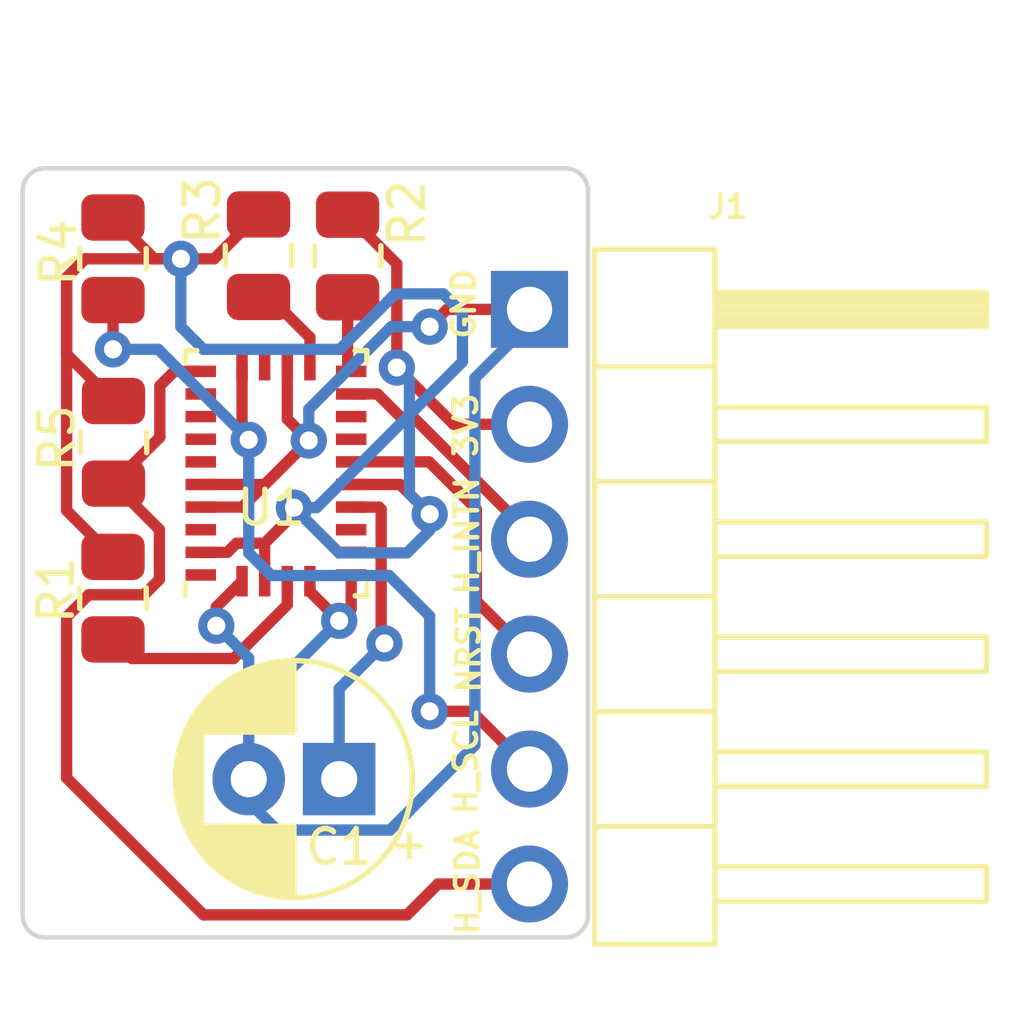
<source format=kicad_pcb>
(kicad_pcb (version 20221018) (generator pcbnew)
  (layers (0 "F.Cu" signal) (31 "B.Cu" signal) (34 "B.Paste" user) (35 "F.Paste" user) (36 "B.SilkS" user "B.Silkscreen") (37 "F.SilkS" user "F.Silkscreen") (38 "B.Mask" user) (39 "F.Mask" user) (44 "Edge.Cuts" user))
  (net 0 "")
  (net 1 "Net-(U1-CAP)")
  (net 2 "GND")
  (net 3 "/H_SCL")
  (net 4 "/H_SDA")
  (net 5 "/NRST")
  (net 6 "/H_INTN")
  (net 7 "+3.3V")
  (net 8 "Net-(U1-BOOTN)")
  (net 9 "Net-(U1-ENV_SCL)")
  (net 10 "Net-(U1-ENV_SDA)")
  (footprint "Resistor_SMD:R_0805_2012Metric" (layer "F.Cu") (at 153 82.5 -90)
    (fp_text reference "R4" (at -0.137577 1.202034 90) (layer "F.SilkS") (effects (font (size 0.75 0.75) (thickness 0.12))))
    (fp_text value "2.2k")
    (fp_line (start -0.227064 -0.735) (end 0.227064 -0.735) (stroke (width 0.12)) (layer "F.SilkS"))
    (fp_line (start -0.227064 0.735) (end 0.227064 0.735) (stroke (width 0.12)) (layer "F.SilkS"))
    (pad "1" smd roundrect (at -0.9125 0 270) (size 1.025 1.4) (layers "F.Cu" "F.Paste" "F.Mask") (roundrect_rratio 0.243902) (net 7 "+3.3V"))
    (pad "2" smd roundrect (at 0.9125 0 270) (size 1.025 1.4) (layers "F.Cu" "F.Paste" "F.Mask") (roundrect_rratio 0.243902) (net 3 "/H_SCL"))
  )
  (footprint "Resistor_SMD:R_0805_2012Metric" (layer "F.Cu") (at 158.186774 82.437741 -90)
    (fp_text reference "R2" (at -0.937741 -1.313226 90) (layer "F.SilkS") (effects (font (size 0.75 0.75) (thickness 0.12))))
    (fp_text value "2.2k")
    (fp_line (start -0.227064 -0.735) (end 0.227064 -0.735) (stroke (width 0.12)) (layer "F.SilkS"))
    (fp_line (start -0.227064 0.735) (end 0.227064 0.735) (stroke (width 0.12)) (layer "F.SilkS"))
    (pad "1" smd roundrect (at -0.9125 0 270) (size 1.025 1.4) (layers "F.Cu" "F.Paste" "F.Mask") (roundrect_rratio 0.243902) (net 7 "+3.3V"))
    (pad "2" smd roundrect (at 0.9125 0 270) (size 1.025 1.4) (layers "F.Cu" "F.Paste" "F.Mask") (roundrect_rratio 0.243902) (net 9 "Net-(U1-ENV_SCL)"))
  )
  (footprint "Resistor_SMD:R_0805_2012Metric" (layer "F.Cu") (at 153 90 90)
    (fp_text reference "R1" (at 0.181529 -1.261802 90) (layer "F.SilkS") (effects (font (size 0.75 0.75) (thickness 0.12))))
    (fp_text value "10k")
    (fp_line (start -0.227064 -0.735) (end 0.227064 -0.735) (stroke (width 0.12)) (layer "F.SilkS"))
    (fp_line (start -0.227064 0.735) (end 0.227064 0.735) (stroke (width 0.12)) (layer "F.SilkS"))
    (pad "1" smd roundrect (at -0.9125 0 90) (size 1.025 1.4) (layers "F.Cu" "F.Paste" "F.Mask") (roundrect_rratio 0.243902) (net 8 "Net-(U1-BOOTN)"))
    (pad "2" smd roundrect (at 0.9125 0 90) (size 1.025 1.4) (layers "F.Cu" "F.Paste" "F.Mask") (roundrect_rratio 0.243902) (net 7 "+3.3V"))
  )
  (footprint "Package_LGA:LGA-28_5.2x3.8mm_P0.5mm" (layer "F.Cu") (at 156.6025 87.2375 90)
    (fp_text reference "U1" (at -0.7625 -0.1025 180) (layer "F.SilkS") (effects (font (size 0.75 0.75) (thickness 0.12))))
    (fp_text value "~")
    (fp_line (start -2.71 -2.01) (end -2.45 -2.01) (stroke (width 0.12)) (layer "F.SilkS"))
    (fp_line (start -2.71 2.01) (end -2.71 1.75) (stroke (width 0.12)) (layer "F.SilkS"))
    (fp_line (start -2.71 2.01) (end -2.45 2.01) (stroke (width 0.12)) (layer "F.SilkS"))
    (fp_line (start 2.71 -2.01) (end 2.45 -2.01) (stroke (width 0.12)) (layer "F.SilkS"))
    (fp_line (start 2.71 -2.01) (end 2.71 -1.75) (stroke (width 0.12)) (layer "F.SilkS"))
    (fp_line (start 2.71 2.01) (end 2.45 2.01) (stroke (width 0.12)) (layer "F.SilkS"))
    (fp_line (start 2.71 2.01) (end 2.71 1.75) (stroke (width 0.12)) (layer "F.SilkS"))
    (pad "1" smd rect (at -2.25 -1.6625 90) (size 0.254 0.675) (layers "F.Cu" "F.Paste" "F.Mask"))
    (pad "2" smd rect (at -2.3875 -0.75 180) (size 0.254 0.675) (layers "F.Cu" "F.Paste" "F.Mask") (net 2 "GND"))
    (pad "3" smd rect (at -2.3875 -0.25 180) (size 0.254 0.675) (layers "F.Cu" "F.Paste" "F.Mask") (net 7 "+3.3V"))
    (pad "4" smd rect (at -2.3875 0.25 180) (size 0.254 0.675) (layers "F.Cu" "F.Paste" "F.Mask") (net 8 "Net-(U1-BOOTN)"))
    (pad "5" smd rect (at -2.3875 0.75 180) (size 0.254 0.675) (layers "F.Cu" "F.Paste" "F.Mask") (net 2 "GND"))
    (pad "6" smd rect (at -2.25 1.6625 90) (size 0.254 0.675) (layers "F.Cu" "F.Paste" "F.Mask") (net 2 "GND"))
    (pad "7" smd rect (at -1.75 1.6625 90) (size 0.254 0.675) (layers "F.Cu" "F.Paste" "F.Mask"))
    (pad "8" smd rect (at -1.25 1.6625 90) (size 0.254 0.675) (layers "F.Cu" "F.Paste" "F.Mask"))
    (pad "9" smd rect (at -0.75 1.6625 90) (size 0.254 0.675) (layers "F.Cu" "F.Paste" "F.Mask") (net 1 "Net-(U1-CAP)"))
    (pad "10" smd rect (at -0.25 1.6625 90) (size 0.254 0.675) (layers "F.Cu" "F.Paste" "F.Mask") (net 7 "+3.3V"))
    (pad "11" smd rect (at 0.25 1.6625 90) (size 0.254 0.675) (layers "F.Cu" "F.Paste" "F.Mask") (net 5 "/NRST"))
    (pad "12" smd rect (at 0.75 1.6625 90) (size 0.254 0.675) (layers "F.Cu" "F.Paste" "F.Mask"))
    (pad "13" smd rect (at 1.25 1.6625 90) (size 0.254 0.675) (layers "F.Cu" "F.Paste" "F.Mask"))
    (pad "14" smd rect (at 1.75 1.6625 90) (size 0.254 0.675) (layers "F.Cu" "F.Paste" "F.Mask") (net 6 "/H_INTN"))
    (pad "15" smd rect (at 2.25 1.6625 90) (size 0.254 0.675) (layers "F.Cu" "F.Paste" "F.Mask") (net 9 "Net-(U1-ENV_SCL)"))
    (pad "16" smd rect (at 2.3875 0.75 180) (size 0.254 0.675) (layers "F.Cu" "F.Paste" "F.Mask") (net 10 "Net-(U1-ENV_SDA)"))
    (pad "17" smd rect (at 2.3875 0.25 180) (size 0.254 0.675) (layers "F.Cu" "F.Paste" "F.Mask") (net 2 "GND"))
    (pad "18" smd rect (at 2.3875 -0.25 180) (size 0.254 0.675) (layers "F.Cu" "F.Paste" "F.Mask"))
    (pad "19" smd rect (at 2.3875 -0.75 180) (size 0.254 0.675) (layers "F.Cu" "F.Paste" "F.Mask") (net 3 "/H_SCL"))
    (pad "20" smd rect (at 2.25 -1.6625 90) (size 0.254 0.675) (layers "F.Cu" "F.Paste" "F.Mask") (net 4 "/H_SDA"))
    (pad "21" smd rect (at 1.75 -1.6625 90) (size 0.254 0.675) (layers "F.Cu" "F.Paste" "F.Mask"))
    (pad "22" smd rect (at 1.25 -1.6625 90) (size 0.254 0.675) (layers "F.Cu" "F.Paste" "F.Mask"))
    (pad "23" smd rect (at 0.75 -1.6625 90) (size 0.254 0.675) (layers "F.Cu" "F.Paste" "F.Mask"))
    (pad "24" smd rect (at 0.25 -1.6625 90) (size 0.254 0.675) (layers "F.Cu" "F.Paste" "F.Mask"))
    (pad "25" smd rect (at -0.25 -1.6625 90) (size 0.254 0.675) (layers "F.Cu" "F.Paste" "F.Mask") (net 2 "GND"))
    (pad "26" smd rect (at -0.75 -1.6625 90) (size 0.254 0.675) (layers "F.Cu" "F.Paste" "F.Mask") (net 2 "GND"))
    (pad "27" smd rect (at -1.25 -1.6625 90) (size 0.254 0.675) (layers "F.Cu" "F.Paste" "F.Mask"))
    (pad "28" smd rect (at -1.75 -1.6625 90) (size 0.254 0.675) (layers "F.Cu" "F.Paste" "F.Mask") (net 7 "+3.3V"))
  )
  (footprint "Capacitor_THT:CP_Radial_D5.0mm_P2.00mm" (layer "F.Cu") (at 158 94 180)
    (fp_text reference "C1" (at 0 -1.5) (layer "F.SilkS") (effects (font (size 0.75 0.75) (thickness 0.12))))
    (fp_text value "0.1uF")
    (fp_line (start -1.804775 -1.475) (end -1.304775 -1.475) (stroke (width 0.12)) (layer "F.SilkS"))
    (fp_line (start -1.554775 -1.725) (end -1.554775 -1.225) (stroke (width 0.12)) (layer "F.SilkS"))
    (fp_line (start 1 -2.58) (end 1 -1.04) (stroke (width 0.12)) (layer "F.SilkS"))
    (fp_line (start 1 1.04) (end 1 2.58) (stroke (width 0.12)) (layer "F.SilkS"))
    (fp_line (start 1.04 -2.58) (end 1.04 -1.04) (stroke (width 0.12)) (layer "F.SilkS"))
    (fp_line (start 1.04 1.04) (end 1.04 2.58) (stroke (width 0.12)) (layer "F.SilkS"))
    (fp_line (start 1.08 -2.579) (end 1.08 -1.04) (stroke (width 0.12)) (layer "F.SilkS"))
    (fp_line (start 1.08 1.04) (end 1.08 2.579) (stroke (width 0.12)) (layer "F.SilkS"))
    (fp_line (start 1.12 -2.578) (end 1.12 -1.04) (stroke (width 0.12)) (layer "F.SilkS"))
    (fp_line (start 1.12 1.04) (end 1.12 2.578) (stroke (width 0.12)) (layer "F.SilkS"))
    (fp_line (start 1.16 -2.576) (end 1.16 -1.04) (stroke (width 0.12)) (layer "F.SilkS"))
    (fp_line (start 1.16 1.04) (end 1.16 2.576) (stroke (width 0.12)) (layer "F.SilkS"))
    (fp_line (start 1.2 -2.573) (end 1.2 -1.04) (stroke (width 0.12)) (layer "F.SilkS"))
    (fp_line (start 1.2 1.04) (end 1.2 2.573) (stroke (width 0.12)) (layer "F.SilkS"))
    (fp_line (start 1.24 -2.569) (end 1.24 -1.04) (stroke (width 0.12)) (layer "F.SilkS"))
    (fp_line (start 1.24 1.04) (end 1.24 2.569) (stroke (width 0.12)) (layer "F.SilkS"))
    (fp_line (start 1.28 -2.565) (end 1.28 -1.04) (stroke (width 0.12)) (layer "F.SilkS"))
    (fp_line (start 1.28 1.04) (end 1.28 2.565) (stroke (width 0.12)) (layer "F.SilkS"))
    (fp_line (start 1.32 -2.561) (end 1.32 -1.04) (stroke (width 0.12)) (layer "F.SilkS"))
    (fp_line (start 1.32 1.04) (end 1.32 2.561) (stroke (width 0.12)) (layer "F.SilkS"))
    (fp_line (start 1.36 -2.556) (end 1.36 -1.04) (stroke (width 0.12)) (layer "F.SilkS"))
    (fp_line (start 1.36 1.04) (end 1.36 2.556) (stroke (width 0.12)) (layer "F.SilkS"))
    (fp_line (start 1.4 -2.55) (end 1.4 -1.04) (stroke (width 0.12)) (layer "F.SilkS"))
    (fp_line (start 1.4 1.04) (end 1.4 2.55) (stroke (width 0.12)) (layer "F.SilkS"))
    (fp_line (start 1.44 -2.543) (end 1.44 -1.04) (stroke (width 0.12)) (layer "F.SilkS"))
    (fp_line (start 1.44 1.04) (end 1.44 2.543) (stroke (width 0.12)) (layer "F.SilkS"))
    (fp_line (start 1.48 -2.536) (end 1.48 -1.04) (stroke (width 0.12)) (layer "F.SilkS"))
    (fp_line (start 1.48 1.04) (end 1.48 2.536) (stroke (width 0.12)) (layer "F.SilkS"))
    (fp_line (start 1.52 -2.528) (end 1.52 -1.04) (stroke (width 0.12)) (layer "F.SilkS"))
    (fp_line (start 1.52 1.04) (end 1.52 2.528) (stroke (width 0.12)) (layer "F.SilkS"))
    (fp_line (start 1.56 -2.52) (end 1.56 -1.04) (stroke (width 0.12)) (layer "F.SilkS"))
    (fp_line (start 1.56 1.04) (end 1.56 2.52) (stroke (width 0.12)) (layer "F.SilkS"))
    (fp_line (start 1.6 -2.511) (end 1.6 -1.04) (stroke (width 0.12)) (layer "F.SilkS"))
    (fp_line (start 1.6 1.04) (end 1.6 2.511) (stroke (width 0.12)) (layer "F.SilkS"))
    (fp_line (start 1.64 -2.501) (end 1.64 -1.04) (stroke (width 0.12)) (layer "F.SilkS"))
    (fp_line (start 1.64 1.04) (end 1.64 2.501) (stroke (width 0.12)) (layer "F.SilkS"))
    (fp_line (start 1.68 -2.491) (end 1.68 -1.04) (stroke (width 0.12)) (layer "F.SilkS"))
    (fp_line (start 1.68 1.04) (end 1.68 2.491) (stroke (width 0.12)) (layer "F.SilkS"))
    (fp_line (start 1.721 -2.48) (end 1.721 -1.04) (stroke (width 0.12)) (layer "F.SilkS"))
    (fp_line (start 1.721 1.04) (end 1.721 2.48) (stroke (width 0.12)) (layer "F.SilkS"))
    (fp_line (start 1.761 -2.468) (end 1.761 -1.04) (stroke (width 0.12)) (layer "F.SilkS"))
    (fp_line (start 1.761 1.04) (end 1.761 2.468) (stroke (width 0.12)) (layer "F.SilkS"))
    (fp_line (start 1.801 -2.455) (end 1.801 -1.04) (stroke (width 0.12)) (layer "F.SilkS"))
    (fp_line (start 1.801 1.04) (end 1.801 2.455) (stroke (width 0.12)) (layer "F.SilkS"))
    (fp_line (start 1.841 -2.442) (end 1.841 -1.04) (stroke (width 0.12)) (layer "F.SilkS"))
    (fp_line (start 1.841 1.04) (end 1.841 2.442) (stroke (width 0.12)) (layer "F.SilkS"))
    (fp_line (start 1.881 -2.428) (end 1.881 -1.04) (stroke (width 0.12)) (layer "F.SilkS"))
    (fp_line (start 1.881 1.04) (end 1.881 2.428) (stroke (width 0.12)) (layer "F.SilkS"))
    (fp_line (start 1.921 -2.414) (end 1.921 -1.04) (stroke (width 0.12)) (layer "F.SilkS"))
    (fp_line (start 1.921 1.04) (end 1.921 2.414) (stroke (width 0.12)) (layer "F.SilkS"))
    (fp_line (start 1.961 -2.398) (end 1.961 -1.04) (stroke (width 0.12)) (layer "F.SilkS"))
    (fp_line (start 1.961 1.04) (end 1.961 2.398) (stroke (width 0.12)) (layer "F.SilkS"))
    (fp_line (start 2.001 -2.382) (end 2.001 -1.04) (stroke (width 0.12)) (layer "F.SilkS"))
    (fp_line (start 2.001 1.04) (end 2.001 2.382) (stroke (width 0.12)) (layer "F.SilkS"))
    (fp_line (start 2.041 -2.365) (end 2.041 -1.04) (stroke (width 0.12)) (layer "F.SilkS"))
    (fp_line (start 2.041 1.04) (end 2.041 2.365) (stroke (width 0.12)) (layer "F.SilkS"))
    (fp_line (start 2.081 -2.348) (end 2.081 -1.04) (stroke (width 0.12)) (layer "F.SilkS"))
    (fp_line (start 2.081 1.04) (end 2.081 2.348) (stroke (width 0.12)) (layer "F.SilkS"))
    (fp_line (start 2.121 -2.329) (end 2.121 -1.04) (stroke (width 0.12)) (layer "F.SilkS"))
    (fp_line (start 2.121 1.04) (end 2.121 2.329) (stroke (width 0.12)) (layer "F.SilkS"))
    (fp_line (start 2.161 -2.31) (end 2.161 -1.04) (stroke (width 0.12)) (layer "F.SilkS"))
    (fp_line (start 2.161 1.04) (end 2.161 2.31) (stroke (width 0.12)) (layer "F.SilkS"))
    (fp_line (start 2.201 -2.29) (end 2.201 -1.04) (stroke (width 0.12)) (layer "F.SilkS"))
    (fp_line (start 2.201 1.04) (end 2.201 2.29) (stroke (width 0.12)) (layer "F.SilkS"))
    (fp_line (start 2.241 -2.268) (end 2.241 -1.04) (stroke (width 0.12)) (layer "F.SilkS"))
    (fp_line (start 2.241 1.04) (end 2.241 2.268) (stroke (width 0.12)) (layer "F.SilkS"))
    (fp_line (start 2.281 -2.247) (end 2.281 -1.04) (stroke (width 0.12)) (layer "F.SilkS"))
    (fp_line (start 2.281 1.04) (end 2.281 2.247) (stroke (width 0.12)) (layer "F.SilkS"))
    (fp_line (start 2.321 -2.224) (end 2.321 -1.04) (stroke (width 0.12)) (layer "F.SilkS"))
    (fp_line (start 2.321 1.04) (end 2.321 2.224) (stroke (width 0.12)) (layer "F.SilkS"))
    (fp_line (start 2.361 -2.2) (end 2.361 -1.04) (stroke (width 0.12)) (layer "F.SilkS"))
    (fp_line (start 2.361 1.04) (end 2.361 2.2) (stroke (width 0.12)) (layer "F.SilkS"))
    (fp_line (start 2.401 -2.175) (end 2.401 -1.04) (stroke (width 0.12)) (layer "F.SilkS"))
    (fp_line (start 2.401 1.04) (end 2.401 2.175) (stroke (width 0.12)) (layer "F.SilkS"))
    (fp_line (start 2.441 -2.149) (end 2.441 -1.04) (stroke (width 0.12)) (layer "F.SilkS"))
    (fp_line (start 2.441 1.04) (end 2.441 2.149) (stroke (width 0.12)) (layer "F.SilkS"))
    (fp_line (start 2.481 -2.122) (end 2.481 -1.04) (stroke (width 0.12)) (layer "F.SilkS"))
    (fp_line (start 2.481 1.04) (end 2.481 2.122) (stroke (width 0.12)) (layer "F.SilkS"))
    (fp_line (start 2.521 -2.095) (end 2.521 -1.04) (stroke (width 0.12)) (layer "F.SilkS"))
    (fp_line (start 2.521 1.04) (end 2.521 2.095) (stroke (width 0.12)) (layer "F.SilkS"))
    (fp_line (start 2.561 -2.065) (end 2.561 -1.04) (stroke (width 0.12)) (layer "F.SilkS"))
    (fp_line (start 2.561 1.04) (end 2.561 2.065) (stroke (width 0.12)) (layer "F.SilkS"))
    (fp_line (start 2.601 -2.035) (end 2.601 -1.04) (stroke (width 0.12)) (layer "F.SilkS"))
    (fp_line (start 2.601 1.04) (end 2.601 2.035) (stroke (width 0.12)) (layer "F.SilkS"))
    (fp_line (start 2.641 -2.004) (end 2.641 -1.04) (stroke (width 0.12)) (layer "F.SilkS"))
    (fp_line (start 2.641 1.04) (end 2.641 2.004) (stroke (width 0.12)) (layer "F.SilkS"))
    (fp_line (start 2.681 -1.971) (end 2.681 -1.04) (stroke (width 0.12)) (layer "F.SilkS"))
    (fp_line (start 2.681 1.04) (end 2.681 1.971) (stroke (width 0.12)) (layer "F.SilkS"))
    (fp_line (start 2.721 -1.937) (end 2.721 -1.04) (stroke (width 0.12)) (layer "F.SilkS"))
    (fp_line (start 2.721 1.04) (end 2.721 1.937) (stroke (width 0.12)) (layer "F.SilkS"))
    (fp_line (start 2.761 -1.901) (end 2.761 -1.04) (stroke (width 0.12)) (layer "F.SilkS"))
    (fp_line (start 2.761 1.04) (end 2.761 1.901) (stroke (width 0.12)) (layer "F.SilkS"))
    (fp_line (start 2.801 -1.864) (end 2.801 -1.04) (stroke (width 0.12)) (layer "F.SilkS"))
    (fp_line (start 2.801 1.04) (end 2.801 1.864) (stroke (width 0.12)) (layer "F.SilkS"))
    (fp_line (start 2.841 -1.826) (end 2.841 -1.04) (stroke (width 0.12)) (layer "F.SilkS"))
    (fp_line (start 2.841 1.04) (end 2.841 1.826) (stroke (width 0.12)) (layer "F.SilkS"))
    (fp_line (start 2.881 -1.785) (end 2.881 -1.04) (stroke (width 0.12)) (layer "F.SilkS"))
    (fp_line (start 2.881 1.04) (end 2.881 1.785) (stroke (width 0.12)) (layer "F.SilkS"))
    (fp_line (start 2.921 -1.743) (end 2.921 -1.04) (stroke (width 0.12)) (layer "F.SilkS"))
    (fp_line (start 2.921 1.04) (end 2.921 1.743) (stroke (width 0.12)) (layer "F.SilkS"))
    (fp_line (start 2.961 -1.699) (end 2.961 -1.04) (stroke (width 0.12)) (layer "F.SilkS"))
    (fp_line (start 2.961 1.04) (end 2.961 1.699) (stroke (width 0.12)) (layer "F.SilkS"))
    (fp_line (start 3.001 -1.653) (end 3.001 -1.04) (stroke (width 0.12)) (layer "F.SilkS"))
    (fp_line (start 3.001 1.04) (end 3.001 1.653) (stroke (width 0.12)) (layer "F.SilkS"))
    (fp_line (start 3.041 -1.605) (end 3.041 1.605) (stroke (width 0.12)) (layer "F.SilkS"))
    (fp_line (start 3.081 -1.554) (end 3.081 1.554) (stroke (width 0.12)) (layer "F.SilkS"))
    (fp_line (start 3.121 -1.5) (end 3.121 1.5) (stroke (width 0.12)) (layer "F.SilkS"))
    (fp_line (start 3.161 -1.443) (end 3.161 1.443) (stroke (width 0.12)) (layer "F.SilkS"))
    (fp_line (start 3.201 -1.383) (end 3.201 1.383) (stroke (width 0.12)) (layer "F.SilkS"))
    (fp_line (start 3.241 -1.319) (end 3.241 1.319) (stroke (width 0.12)) (layer "F.SilkS"))
    (fp_line (start 3.281 -1.251) (end 3.281 1.251) (stroke (width 0.12)) (layer "F.SilkS"))
    (fp_line (start 3.321 -1.178) (end 3.321 1.178) (stroke (width 0.12)) (layer "F.SilkS"))
    (fp_line (start 3.361 -1.098) (end 3.361 1.098) (stroke (width 0.12)) (layer "F.SilkS"))
    (fp_line (start 3.401 -1.011) (end 3.401 1.011) (stroke (width 0.12)) (layer "F.SilkS"))
    (fp_line (start 3.441 -0.915) (end 3.441 0.915) (stroke (width 0.12)) (layer "F.SilkS"))
    (fp_line (start 3.481 -0.805) (end 3.481 0.805) (stroke (width 0.12)) (layer "F.SilkS"))
    (fp_line (start 3.521 -0.677) (end 3.521 0.677) (stroke (width 0.12)) (layer "F.SilkS"))
    (fp_line (start 3.561 -0.518) (end 3.561 0.518) (stroke (width 0.12)) (layer "F.SilkS"))
    (fp_line (start 3.601 -0.284) (end 3.601 0.284) (stroke (width 0.12)) (layer "F.SilkS"))
    (fp_circle (center 1 0) (end 3.62 0) (stroke (width 0.12)) (fill none) (layer "F.SilkS"))
    (pad "1" thru_hole rect (at 0 0 180) (size 1.6 1.6) (drill 0.8) (layers "*.Cu" "*.Mask") (net 1 "Net-(U1-CAP)"))
    (pad "2" thru_hole circle (at 2 0 180) (size 1.6 1.6) (drill 0.8) (layers "*.Cu" "*.Mask") (net 2 "GND"))
  )
  (footprint "Connector_PinHeader_2.54mm:PinHeader_1x06_P2.54mm_Horizontal" (layer "F.Cu") (at 162.20665 83.617573)
    (fp_text reference "J1" (at 4.385 -2.27) (layer "F.SilkS") (effects (font (size 0.5 0.5) (thickness 0.1))))
    (fp_text value "Conn_01x06_Pin")
    (fp_line (start 1.44 -1.33) (end 1.44 14.03) (stroke (width 0.12)) (layer "F.SilkS"))
    (fp_line (start 1.44 1.27) (end 4.1 1.27) (stroke (width 0.12)) (layer "F.SilkS"))
    (fp_line (start 1.44 3.81) (end 4.1 3.81) (stroke (width 0.12)) (layer "F.SilkS"))
    (fp_line (start 1.44 6.35) (end 4.1 6.35) (stroke (width 0.12)) (layer "F.SilkS"))
    (fp_line (start 1.44 8.89) (end 4.1 8.89) (stroke (width 0.12)) (layer "F.SilkS"))
    (fp_line (start 1.44 11.43) (end 4.1 11.43) (stroke (width 0.12)) (layer "F.SilkS"))
    (fp_line (start 1.44 14.03) (end 4.1 14.03) (stroke (width 0.12)) (layer "F.SilkS"))
    (fp_line (start 4.1 -1.33) (end 1.44 -1.33) (stroke (width 0.12)) (layer "F.SilkS"))
    (fp_line (start 4.1 -0.38) (end 10.1 -0.38) (stroke (width 0.12)) (layer "F.SilkS"))
    (fp_line (start 4.1 -0.32) (end 10.1 -0.32) (stroke (width 0.12)) (layer "F.SilkS"))
    (fp_line (start 4.1 -0.2) (end 10.1 -0.2) (stroke (width 0.12)) (layer "F.SilkS"))
    (fp_line (start 4.1 -0.08) (end 10.1 -0.08) (stroke (width 0.12)) (layer "F.SilkS"))
    (fp_line (start 4.1 0.04) (end 10.1 0.04) (stroke (width 0.12)) (layer "F.SilkS"))
    (fp_line (start 4.1 0.16) (end 10.1 0.16) (stroke (width 0.12)) (layer "F.SilkS"))
    (fp_line (start 4.1 0.28) (end 10.1 0.28) (stroke (width 0.12)) (layer "F.SilkS"))
    (fp_line (start 4.1 2.16) (end 10.1 2.16) (stroke (width 0.12)) (layer "F.SilkS"))
    (fp_line (start 4.1 4.7) (end 10.1 4.7) (stroke (width 0.12)) (layer "F.SilkS"))
    (fp_line (start 4.1 7.24) (end 10.1 7.24) (stroke (width 0.12)) (layer "F.SilkS"))
    (fp_line (start 4.1 9.78) (end 10.1 9.78) (stroke (width 0.12)) (layer "F.SilkS"))
    (fp_line (start 4.1 12.32) (end 10.1 12.32) (stroke (width 0.12)) (layer "F.SilkS"))
    (fp_line (start 4.1 14.03) (end 4.1 -1.33) (stroke (width 0.12)) (layer "F.SilkS"))
    (fp_line (start 10.1 -0.38) (end 10.1 0.38) (stroke (width 0.12)) (layer "F.SilkS"))
    (fp_line (start 10.1 0.38) (end 4.1 0.38) (stroke (width 0.12)) (layer "F.SilkS"))
    (fp_line (start 10.1 2.16) (end 10.1 2.92) (stroke (width 0.12)) (layer "F.SilkS"))
    (fp_line (start 10.1 2.92) (end 4.1 2.92) (stroke (width 0.12)) (layer "F.SilkS"))
    (fp_line (start 10.1 4.7) (end 10.1 5.46) (stroke (width 0.12)) (layer "F.SilkS"))
    (fp_line (start 10.1 5.46) (end 4.1 5.46) (stroke (width 0.12)) (layer "F.SilkS"))
    (fp_line (start 10.1 7.24) (end 10.1 8) (stroke (width 0.12)) (layer "F.SilkS"))
    (fp_line (start 10.1 8) (end 4.1 8) (stroke (width 0.12)) (layer "F.SilkS"))
    (fp_line (start 10.1 9.78) (end 10.1 10.54) (stroke (width 0.12)) (layer "F.SilkS"))
    (fp_line (start 10.1 10.54) (end 4.1 10.54) (stroke (width 0.12)) (layer "F.SilkS"))
    (fp_line (start 10.1 12.32) (end 10.1 13.08) (stroke (width 0.12)) (layer "F.SilkS"))
    (fp_line (start 10.1 13.08) (end 4.1 13.08) (stroke (width 0.12)) (layer "F.SilkS"))
    (pad "1" thru_hole rect (at 0 0) (size 1.7 1.7) (drill 1) (layers "*.Cu" "*.Mask") (net 2 "GND"))
    (pad "2" thru_hole oval (at 0 2.54) (size 1.7 1.7) (drill 1) (layers "*.Cu" "*.Mask") (net 7 "+3.3V"))
    (pad "3" thru_hole oval (at 0 5.08) (size 1.7 1.7) (drill 1) (layers "*.Cu" "*.Mask") (net 6 "/H_INTN"))
    (pad "4" thru_hole oval (at 0 7.62) (size 1.7 1.7) (drill 1) (layers "*.Cu" "*.Mask") (net 5 "/NRST"))
    (pad "5" thru_hole oval (at 0 10.16) (size 1.7 1.7) (drill 1) (layers "*.Cu" "*.Mask") (net 3 "/H_SCL"))
    (pad "6" thru_hole oval (at 0 12.7) (size 1.7 1.7) (drill 1) (layers "*.Cu" "*.Mask") (net 4 "/H_SDA"))
  )
  (footprint "Resistor_SMD:R_0805_2012Metric" (layer "F.Cu") (at 153.010252 86.555841 90)
    (fp_text reference "R5" (at 0.084374 -1.24217 90) (layer "F.SilkS") (effects (font (size 0.75 0.75) (thickness 0.12))))
    (fp_text value "2.2k")
    (fp_line (start -0.227064 -0.735) (end 0.227064 -0.735) (stroke (width 0.12)) (layer "F.SilkS"))
    (fp_line (start -0.227064 0.735) (end 0.227064 0.735) (stroke (width 0.12)) (layer "F.SilkS"))
    (pad "1" smd roundrect (at -0.9125 0 90) (size 1.025 1.4) (layers "F.Cu" "F.Paste" "F.Mask") (roundrect_rratio 0.243902) (net 4 "/H_SDA"))
    (pad "2" smd roundrect (at 0.9125 0 90) (size 1.025 1.4) (layers "F.Cu" "F.Paste" "F.Mask") (roundrect_rratio 0.243902) (net 7 "+3.3V"))
  )
  (footprint "Resistor_SMD:R_0805_2012Metric" (layer "F.Cu") (at 156.216632 82.431092 90)
    (fp_text reference "R3" (at 1.003338 -1.239666 90) (layer "F.SilkS") (effects (font (size 0.75 0.75) (thickness 0.12))))
    (fp_text value "2.2k")
    (fp_line (start -0.227064 -0.735) (end 0.227064 -0.735) (stroke (width 0.12)) (layer "F.SilkS"))
    (fp_line (start -0.227064 0.735) (end 0.227064 0.735) (stroke (width 0.12)) (layer "F.SilkS"))
    (pad "1" smd roundrect (at -0.9125 0 90) (size 1.025 1.4) (layers "F.Cu" "F.Paste" "F.Mask") (roundrect_rratio 0.243902) (net 10 "Net-(U1-ENV_SDA)"))
    (pad "2" smd roundrect (at 0.9125 0 90) (size 1.025 1.4) (layers "F.Cu" "F.Paste" "F.Mask") (roundrect_rratio 0.243902) (net 7 "+3.3V"))
  )
  (gr_line (start 151.5 97.5) (end 163 97.5) (stroke (width 0.1)) (layer "Edge.Cuts"))
  (gr_line (start 163 80.5) (end 151.5 80.5) (stroke (width 0.1)) (layer "Edge.Cuts"))
  (gr_line (start 151 81) (end 151 97) (stroke (width 0.1)) (layer "Edge.Cuts"))
  (gr_arc (start 163.5 97) (mid 163.353553 97.353553) (end 163 97.5) (stroke (width 0.1)) (layer "Edge.Cuts"))
  (gr_arc (start 163 80.5) (mid 163.353553 80.646447) (end 163.5 81) (stroke (width 0.1)) (layer "Edge.Cuts"))
  (gr_arc (start 151 81) (mid 151.146447 80.646447) (end 151.5 80.5) (stroke (width 0.1)) (layer "Edge.Cuts"))
  (gr_line (start 163.5 97) (end 163.5 81) (stroke (width 0.1)) (layer "Edge.Cuts"))
  (gr_arc (start 151.5 97.5) (mid 151.146447 97.353553) (end 151 97) (stroke (width 0.1)) (layer "Edge.Cuts"))
  (gr_text "3V3" (at 161.091404 86.932883 90) (layer "F.SilkS") (effects (font (size 0.5 0.5) (thickness 0.1) bold) (justify left bottom)))
  (gr_text "H_INTN" (at 161.113727 89.979939 90) (layer "F.SilkS") (effects (font (size 0.5 0.5) (thickness 0.1) bold) (justify left bottom)))
  (gr_text "H_SDA" (at 161.124888 97.5 90) (layer "F.SilkS") (effects (font (size 0.5 0.5) (thickness 0.1) bold) (justify left bottom)))
  (gr_text "GND" (at 161.046759 84.321121 90) (layer "F.SilkS") (effects (font (size 0.5 0.5) (thickness 0.1) bold) (justify left bottom)))
  (gr_text "NRST" (at 161.147211 92.145246 90) (layer "F.SilkS") (effects (font (size 0.5 0.5) (thickness 0.1) bold) (justify left bottom)))
  (gr_text "H_SCL" (at 161.094239 94.834392 90) (layer "F.SilkS") (effects (font (size 0.5 0.5) (thickness 0.1) bold) (justify left bottom)))
  (segment (start 158.9275 90.9275) (end 158.9275 88.0355) (width 0.25) (layer "F.Cu") (net 1))
  (segment (start 158.8795 87.9875) (end 158.265 87.9875) (width 0.25) (layer "F.Cu") (net 1))
  (segment (start 158.9275 88.0355) (end 158.8795 87.9875) (width 0.25) (layer "F.Cu") (net 1))
  (segment (start 159 91) (end 158.9275 90.9275) (width 0.25) (layer "F.Cu") (net 1))
  (via (at 159 91) (size 0.8) (drill 0.4) (layers "F.Cu" "B.Cu") (net 1))
  (segment (start 159 91) (end 158 92) (width 0.25) (layer "B.Cu") (net 1))
  (segment (start 158 92) (end 158 94) (width 0.25) (layer "B.Cu") (net 1))
  (segment (start 157.327998 86.515977) (end 156.8525 86.040479) (width 0.25) (layer "F.Cu") (net 2))
  (segment (start 158.265 89.4875) (end 158.265 90.235) (width 0.25) (layer "F.Cu") (net 2))
  (segment (start 160.382427 83.617573) (end 162.20665 83.617573) (width 0.25) (layer "F.Cu") (net 2))
  (segment (start 154.94 87.9875) (end 155.856475 87.9875) (width 0.25) (layer "F.Cu") (net 2))
  (segment (start 158.265 90.235) (end 158 90.5) (width 0.25) (layer "F.Cu") (net 2))
  (segment (start 155.283409 90.609351) (end 155.283409 90.194091) (width 0.25) (layer "F.Cu") (net 2))
  (segment (start 157.3525 89.8525) (end 158 90.5) (width 0.25) (layer "F.Cu") (net 2))
  (segment (start 155.856475 87.9875) (end 157.327998 86.515977) (width 0.25) (layer "F.Cu") (net 2))
  (segment (start 156.356475 87.4875) (end 154.94 87.4875) (width 0.25) (layer "F.Cu") (net 2))
  (segment (start 157.3525 89.625) (end 157.3525 89.8525) (width 0.25) (layer "F.Cu") (net 2))
  (segment (start 157.327998 86.515977) (end 156.356475 87.4875) (width 0.25) (layer "F.Cu") (net 2))
  (segment (start 155.283409 90.194091) (end 155.8525 89.625) (width 0.25) (layer "F.Cu") (net 2))
  (segment (start 160 84) (end 160.382427 83.617573) (width 0.25) (layer "F.Cu") (net 2))
  (segment (start 156.8525 86.040479) (end 156.8525 84.85) (width 0.25) (layer "F.Cu") (net 2))
  (via (at 158 90.5) (size 0.8) (drill 0.4) (layers "F.Cu" "B.Cu") (net 2))
  (via (at 160 84) (size 0.8) (drill 0.4) (layers "F.Cu" "B.Cu") (net 2))
  (via (at 157.327998 86.515977) (size 0.8) (drill 0.4) (layers "F.Cu" "B.Cu") (net 2))
  (via (at 155.283409 90.609351) (size 0.8) (drill 0.4) (layers "F.Cu" "B.Cu") (net 2))
  (segment (start 156 94.5) (end 156 94) (width 0.25) (layer "B.Cu") (net 2))
  (segment (start 162.20665 83.929746) (end 161 85.136396) (width 0.25) (layer "B.Cu") (net 2))
  (segment (start 161 93.25) (end 159.125 95.125) (width 0.25) (layer "B.Cu") (net 2))
  (segment (start 160 84) (end 159.150081 84) (width 0.25) (layer "B.Cu") (net 2))
  (segment (start 161 85.136396) (end 161 93.25) (width 0.25) (layer "B.Cu") (net 2))
  (segment (start 157.327998 85.822083) (end 157.327998 86.515977) (width 0.25) (layer "B.Cu") (net 2))
  (segment (start 155.283409 90.609351) (end 156 91.325942) (width 0.25) (layer "B.Cu") (net 2))
  (segment (start 162.20665 83.617573) (end 162.20665 83.929746) (width 0.25) (layer "B.Cu") (net 2))
  (segment (start 158 90.5) (end 156 92.5) (width 0.25) (layer "B.Cu") (net 2))
  (segment (start 159.125 95.125) (end 156.625 95.125) (width 0.25) (layer "B.Cu") (net 2))
  (segment (start 156 91.325942) (end 156 94) (width 0.25) (layer "B.Cu") (net 2))
  (segment (start 156 92.5) (end 156 94) (width 0.25) (layer "B.Cu") (net 2))
  (segment (start 159.150081 84) (end 157.327998 85.822083) (width 0.25) (layer "B.Cu") (net 2))
  (segment (start 156.625 95.125) (end 156 94.5) (width 0.25) (layer "B.Cu") (net 2))
  (segment (start 160.929077 92.5) (end 160 92.5) (width 0.25) (layer "F.Cu") (net 3))
  (segment (start 155.8525 84.85) (end 155.8525 86.3525) (width 0.25) (layer "F.Cu") (net 3))
  (segment (start 155.8525 86.3525) (end 156 86.5) (width 0.25) (layer "F.Cu") (net 3))
  (segment (start 162.20665 93.777573) (end 160.929077 92.5) (width 0.25) (layer "F.Cu") (net 3))
  (segment (start 153 84.5) (end 153 83.4125) (width 0.25) (layer "F.Cu") (net 3))
  (via (at 153 84.5) (size 0.8) (drill 0.4) (layers "F.Cu" "B.Cu") (net 3))
  (via (at 160 92.5) (size 0.8) (drill 0.4) (layers "F.Cu" "B.Cu") (net 3))
  (via (at 156 86.5) (size 0.8) (drill 0.4) (layers "F.Cu" "B.Cu") (net 3))
  (segment (start 156.5 89.5) (end 156 89) (width 0.25) (layer "B.Cu") (net 3))
  (segment (start 153 84.5) (end 154 84.5) (width 0.25) (layer "B.Cu") (net 3))
  (segment (start 160 92.5) (end 160 90.396539) (width 0.25) (layer "B.Cu") (net 3))
  (segment (start 154 84.5) (end 156 86.5) (width 0.25) (layer "B.Cu") (net 3))
  (segment (start 159.103461 89.5) (end 156.5 89.5) (width 0.25) (layer "B.Cu") (net 3))
  (segment (start 160 90.396539) (end 159.103461 89.5) (width 0.25) (layer "B.Cu") (net 3))
  (segment (start 156 89) (end 156 86.5) (width 0.25) (layer "B.Cu") (net 3))
  (segment (start 153.688173 89.925) (end 154.025 89.588173) (width 0.25) (layer "F.Cu") (net 4))
  (segment (start 151.975 90.411827) (end 152.461827 89.925) (width 0.25) (layer "F.Cu") (net 4))
  (segment (start 154.035252 85.304748) (end 154.035252 86.443341) (width 0.25) (layer "F.Cu") (net 4))
  (segment (start 154.025 89.588173) (end 154.025 88.483089) (width 0.25) (layer "F.Cu") (net 4))
  (segment (start 152.461827 89.925) (end 153.688173 89.925) (width 0.25) (layer "F.Cu") (net 4))
  (segment (start 151.975 93.975) (end 151.975 90.411827) (width 0.25) (layer "F.Cu") (net 4))
  (segment (start 154.035252 86.443341) (end 153.010252 87.468341) (width 0.25) (layer "F.Cu") (net 4))
  (segment (start 154.94 84.9875) (end 154.3525 84.9875) (width 0.25) (layer "F.Cu") (net 4))
  (segment (start 154.3525 84.9875) (end 154.035252 85.304748) (width 0.25) (layer "F.Cu") (net 4))
  (segment (start 162.20665 96.317573) (end 160.182427 96.317573) (width 0.25) (layer "F.Cu") (net 4))
  (segment (start 159.5 97) (end 155 97) (width 0.25) (layer "F.Cu") (net 4))
  (segment (start 160.182427 96.317573) (end 159.5 97) (width 0.25) (layer "F.Cu") (net 4))
  (segment (start 154.025 88.483089) (end 153.010252 87.468341) (width 0.25) (layer "F.Cu") (net 4))
  (segment (start 155 97) (end 151.975 93.975) (width 0.25) (layer "F.Cu") (net 4))
  (segment (start 159.9875 86.9875) (end 158.265 86.9875) (width 0.25) (layer "F.Cu") (net 5))
  (segment (start 161.03165 90.062573) (end 161.03165 88.03165) (width 0.25) (layer "F.Cu") (net 5))
  (segment (start 162.20665 91.237573) (end 161.03165 90.062573) (width 0.25) (layer "F.Cu") (net 5))
  (segment (start 161.03165 88.03165) (end 159.9875 86.9875) (width 0.25) (layer "F.Cu") (net 5))
  (segment (start 158.846815 85.4875) (end 158.265 85.4875) (width 0.25) (layer "F.Cu") (net 6))
  (segment (start 159.359315 86) (end 158.846815 85.4875) (width 0.25) (layer "F.Cu") (net 6))
  (segment (start 159.636396 86) (end 159.359315 86) (width 0.25) (layer "F.Cu") (net 6))
  (segment (start 162.20665 88.570254) (end 159.636396 86) (width 0.25) (layer "F.Cu") (net 6))
  (segment (start 162.20665 88.697573) (end 162.20665 88.570254) (width 0.25) (layer "F.Cu") (net 6))
  (segment (start 154.94 88.9875) (end 155.5275 88.9875) (width 0.25) (layer "F.Cu") (net 7))
  (segment (start 160 88.237501) (end 160.082645 88.320146) (width 0.25) (layer "F.Cu") (net 7))
  (segment (start 160.529085 86.157573) (end 159.273449 84.901937) (width 0.25) (layer "F.Cu") (net 7))
  (segment (start 155.7295 88.7855) (end 156.3525 88.7855) (width 0.25) (layer "F.Cu") (net 7))
  (segment (start 157 88.138) (end 156.3525 88.7855) (width 0.25) (layer "F.Cu") (net 7))
  (segment (start 154.5 82.5) (end 152.386827 82.5) (width 0.25) (layer "F.Cu") (net 7))
  (segment (start 152.386827 82.5) (end 151.975 82.911827) (width 0.25) (layer "F.Cu") (net 7))
  (segment (start 162.20665 86.157573) (end 160.529085 86.157573) (width 0.25) (layer "F.Cu") (net 7))
  (segment (start 156.3525 88.7855) (end 156.3525 89.625) (width 0.25) (layer "F.Cu") (net 7))
  (segment (start 159.273449 82.611916) (end 159.273449 84.901937) (width 0.25) (layer "F.Cu") (net 7))
  (segment (start 160 88.142984) (end 159.344516 87.4875) (width 0.25) (layer "F.Cu") (net 7))
  (segment (start 151.975 84.608089) (end 153.010252 85.643341) (width 0.25) (layer "F.Cu") (net 7))
  (segment (start 155.235224 82.5) (end 156.216632 81.518592) (width 0.25) (layer "F.Cu") (net 7))
  (segment (start 160 88.142984) (end 160 88.3393) (width 0.25) (layer "F.Cu") (net 7))
  (segment (start 160 88.142984) (end 160 88.237501) (width 0.25) (layer "F.Cu") (net 7))
  (segment (start 157 88) (end 157 88.138) (width 0.25) (layer "F.Cu") (net 7))
  (segment (start 155.5275 88.9875) (end 155.7295 88.7855) (width 0.25) (layer "F.Cu") (net 7))
  (segment (start 159.344516 87.4875) (end 158.265 87.4875) (width 0.25) (layer "F.Cu") (net 7))
  (segment (start 151.975 88.0625) (end 153 89.0875) (width 0.25) (layer "F.Cu") (net 7))
  (segment (start 151.975 82.911827) (end 151.975 88.0625) (width 0.25) (layer "F.Cu") (net 7))
  (segment (start 154.5 82.5) (end 153.9125 82.5) (width 0.25) (layer "F.Cu") (net 7))
  (segment (start 151.975 82.911827) (end 151.975 84.608089) (width 0.25) (layer "F.Cu") (net 7))
  (segment (start 158.186774 81.525241) (end 159.273449 82.611916) (width 0.25) (layer "F.Cu") (net 7))
  (segment (start 154.5 82.5) (end 155.235224 82.5) (width 0.25) (layer "F.Cu") (net 7))
  (segment (start 153.9125 82.5) (end 153 81.5875) (width 0.25) (layer "F.Cu") (net 7))
  (via (at 159.273449 84.901937) (size 0.8) (drill 0.4) (layers "F.Cu" "B.Cu") (net 7))
  (via (at 157 88) (size 0.8) (drill 0.4) (layers "F.Cu" "B.Cu") (net 7))
  (via (at 160 88.142984) (size 0.8) (drill 0.4) (layers "F.Cu" "B.Cu") (net 7))
  (via (at 154.5 82.5) (size 0.8) (drill 0.4) (layers "F.Cu" "B.Cu") (net 7))
  (segment (start 160.725 83.699695) (end 160.725 84.775) (width 0.25) (layer "B.Cu") (net 7))
  (segment (start 158 89) (end 157 88) (width 0.25) (layer "B.Cu") (net 7))
  (segment (start 154.5 82.5) (end 154.5 84) (width 0.25) (layer "B.Cu") (net 7))
  (segment (start 157.5 88) (end 157 88) (width 0.25) (layer "B.Cu") (net 7))
  (segment (start 160.725 84.775) (end 157.5 88) (width 0.25) (layer "B.Cu") (net 7))
  (segment (start 155 84.5) (end 158.013685 84.5) (width 0.25) (layer "B.Cu") (net 7))
  (segment (start 159.552 87.694984) (end 159.552 85.180488) (width 0.25) (layer "B.Cu") (net 7))
  (segment (start 160 88.142984) (end 159.552 87.694984) (width 0.25) (layer "B.Cu") (net 7))
  (segment (start 160.300305 83.275) (end 160.725 83.699695) (width 0.25) (layer "B.Cu") (net 7))
  (segment (start 159.238685 83.275) (end 160.300305 83.275) (width 0.25) (layer "B.Cu") (net 7))
  (segment (start 160 88.5) (end 159.5 89) (width 0.25) (layer "B.Cu") (net 7))
  (segment (start 159.5 89) (end 158 89) (width 0.25) (layer "B.Cu") (net 7))
  (segment (start 154.5 84) (end 155 84.5) (width 0.25) (layer "B.Cu") (net 7))
  (segment (start 159.552 85.180488) (end 159.273449 84.901937) (width 0.25) (layer "B.Cu") (net 7))
  (segment (start 158.013685 84.5) (end 159.238685 83.275) (width 0.25) (layer "B.Cu") (net 7))
  (segment (start 160 88.142984) (end 160 88.5) (width 0.25) (layer "B.Cu") (net 7))
  (segment (start 156.8525 90.1475) (end 156.8525 89.625) (width 0.25) (layer "F.Cu") (net 8))
  (segment (start 155.665649 91.334351) (end 156.8525 90.1475) (width 0.25) (layer "F.Cu") (net 8))
  (segment (start 153.421851 91.334351) (end 155.665649 91.334351) (width 0.25) (layer "F.Cu") (net 8))
  (segment (start 153 90.9125) (end 153.421851 91.334351) (width 0.25) (layer "F.Cu") (net 8))
  (segment (start 158.186774 84.909274) (end 158.265 84.9875) (width 0.25) (layer "F.Cu") (net 9))
  (segment (start 158.186774 83.350241) (end 158.186774 84.909274) (width 0.25) (layer "F.Cu") (net 9))
  (segment (start 157.3525 84.2355) (end 157.3525 84.85) (width 0.25) (layer "F.Cu") (net 10))
  (segment (start 156.460592 83.343592) (end 157.3525 84.2355) (width 0.25) (layer "F.Cu") (net 10))
  (segment (start 156.216632 83.343592) (end 156.460592 83.343592) (width 0.25) (layer "F.Cu") (net 10))
)
</source>
